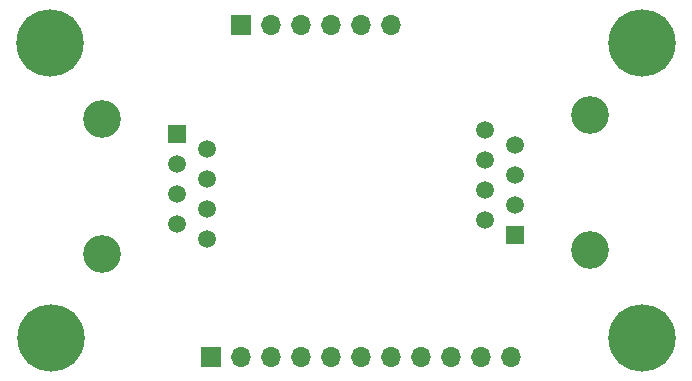
<source format=gbr>
%TF.GenerationSoftware,KiCad,Pcbnew,8.0.3*%
%TF.CreationDate,2024-06-22T22:44:29-05:00*%
%TF.ProjectId,RS485_breakout,52533438-355f-4627-9265-616b6f75742e,rev?*%
%TF.SameCoordinates,Original*%
%TF.FileFunction,Soldermask,Bot*%
%TF.FilePolarity,Negative*%
%FSLAX46Y46*%
G04 Gerber Fmt 4.6, Leading zero omitted, Abs format (unit mm)*
G04 Created by KiCad (PCBNEW 8.0.3) date 2024-06-22 22:44:29*
%MOMM*%
%LPD*%
G01*
G04 APERTURE LIST*
%ADD10R,1.700000X1.700000*%
%ADD11O,1.700000X1.700000*%
%ADD12C,5.700000*%
%ADD13C,3.200000*%
%ADD14R,1.500000X1.500000*%
%ADD15C,1.500000*%
G04 APERTURE END LIST*
D10*
%TO.C,J2*%
X132080000Y-71000000D03*
D11*
X134620000Y-71000000D03*
X137160000Y-71000000D03*
X139700000Y-71000000D03*
X142240000Y-71000000D03*
X144780000Y-71000000D03*
%TD*%
D10*
%TO.C,J3*%
X129540000Y-99060000D03*
D11*
X132080000Y-99060000D03*
X134620000Y-99060000D03*
X137160000Y-99060000D03*
X139700000Y-99060000D03*
X142240000Y-99060000D03*
X144780000Y-99060000D03*
X147320000Y-99060000D03*
X149860000Y-99060000D03*
X152400000Y-99060000D03*
X154940000Y-99060000D03*
%TD*%
D12*
%TO.C,H1*%
X115900000Y-72500000D03*
%TD*%
D13*
%TO.C,J1*%
X161600000Y-90002500D03*
X161600000Y-78572500D03*
D14*
X155250000Y-88732500D03*
D15*
X152710000Y-87462500D03*
X155250000Y-86192500D03*
X152710000Y-84922500D03*
X155250000Y-83652500D03*
X152710000Y-82382500D03*
X155250000Y-81112500D03*
X152710000Y-79842500D03*
%TD*%
D12*
%TO.C,H4*%
X166000000Y-97500000D03*
%TD*%
%TO.C,H2*%
X166000000Y-72500000D03*
%TD*%
%TO.C,H3*%
X116000000Y-97500000D03*
%TD*%
D13*
%TO.C,J0*%
X120250000Y-78897500D03*
X120250000Y-90327500D03*
D14*
X126600000Y-80167500D03*
D15*
X129140000Y-81437500D03*
X126600000Y-82707500D03*
X129140000Y-83977500D03*
X126600000Y-85247500D03*
X129140000Y-86517500D03*
X126600000Y-87787500D03*
X129140000Y-89057500D03*
%TD*%
M02*

</source>
